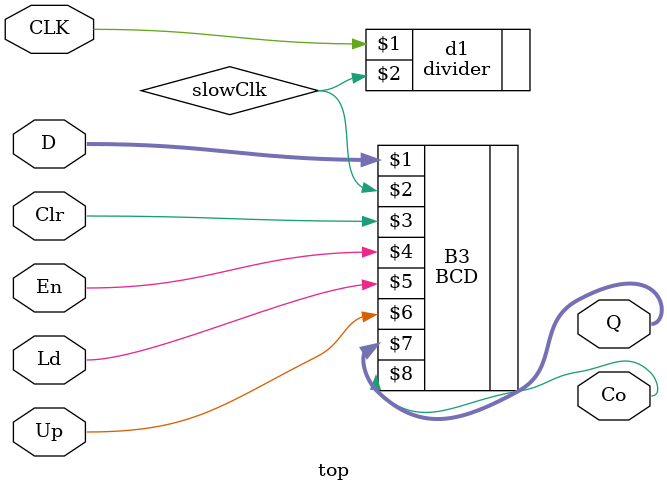
<source format=v>
module top(CLK,D,Q,En,Ld,Clr,Up,Co);
input CLK;
input [3:0] D;
input En,Ld,Clr,Up;
output Co;
output [3:0] Q;
wire slowClk;
divider d1 (CLK,slowClk);
BCD B3 (D,slowClk,Clr,En,Ld,Up,Q,Co);
endmodule

</source>
